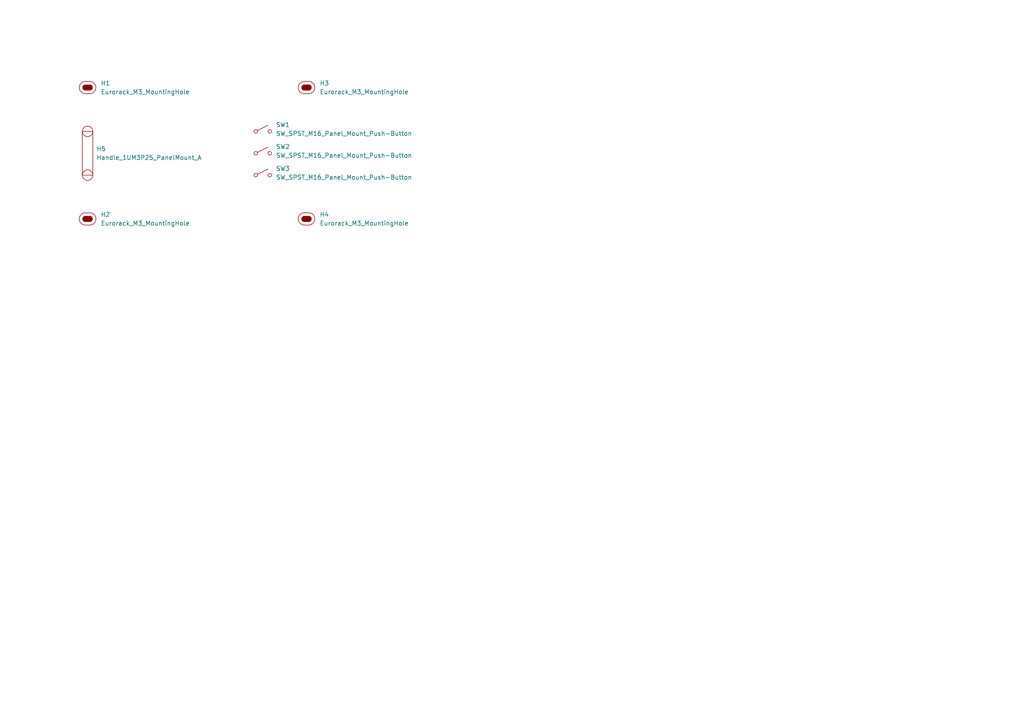
<source format=kicad_sch>
(kicad_sch (version 20250114) (generator "eeschema") (generator_version "9.0")
  (paper "A4")
  (lib_symbols
    (symbol "EXC:Eurorack_M3_MountingHole" (pin_names (offset 1.016))
      (property "Reference" "H" (at 0 5.08 0))
      (property "Value" "Eurorack_M3_MountingHole" (at 0 3.175 0))
      (symbol "Eurorack_M3_MountingHole_0_1"
        (polyline (pts (xy -0.635 0.762) (xy 0.635 0.762)))
        (circle (center -0.635 0) (radius 0.762) (fill (type outline)))
        (arc (start -0.635 -0.762) (mid -1.397 0) (end -0.635 0.762))
        (arc (start -0.635 -1.778) (mid -2.413 0) (end -0.635 1.778))
        (polyline (pts (xy -0.635 -0.762) (xy 0.635 -0.762)))
        (polyline (pts (xy -0.635 -1.778) (xy 0.635 -1.778)))
        (circle (center 0 0) (radius 0.762) (fill (type outline)))
        (polyline (pts (xy 0.635 1.778) (xy -0.635 1.778)))
        (arc (start 0.6141 1.778) (mid 2.4131 0) (end 0.6141 -1.778))
        (arc (start 0.6227 0.762) (mid 1.3971 0) (end 0.6227 -0.762))
        (circle (center 0.635 0) (radius 0.762) (fill (type outline)))
      )
    )
    (symbol "EXC:Handle_1UM3P25_A"
      (property "Reference" "H" (at 0 -6.35 0))
      (property "Value" "Handle_1UM3P25_PanelMount_A" (at 0.254 -17.018 0))
      (symbol "Handle_1UM3P25_A_0_1"
        (rectangle (start -1.524 0) (end 1.524 -12.7))
        (circle (center 0 0) (radius 1.524))
        (circle (center 0 -12.7) (radius 1.524))
      )
    )
    (symbol "EXC:SW_SPST-M16_Panel_Mount_Push-Button" (pin_names (offset 0) (hide yes))
      (property "Reference" "SW" (at 0 3.175 0))
      (property "Value" "SW_SPST_M16_Panel_Mount_Push-Button" (at 0 -2.032 0))
      (symbol "SW_SPST-M16_Panel_Mount_Push-Button_0_0"
        (circle (center -2.032 0) (radius 0.508))
        (polyline (pts (xy -1.524 0.254) (xy 1.524 1.778)))
        (circle (center 2.032 0) (radius 0.508))
      )
    )
  )
  (symbol (lib_id "EXC:SW_SPST-M16_Panel_Mount_Push-Button") (at 76.2 44.45 0) (unit 1)
    (property "Reference" "SW2" (at 80.01 42.5449 0) (effects (justify left)))
    (property "Value" "SW_SPST_M16_Panel_Mount_Push-Button" (at 80.01 45.0849 0) (effects (justify left)))
    (property "Footprint" "EXC:SW_SPST_M16_Panel_Mount_Push-Button" (effects (hide yes)))
    (property "Datasheet" "https://ae01.alicdn.com/kf/Hb7108e41e3624ebcb499960f1397143a2.jpg" (effects (hide yes)))
    (property "Description" "Single Pole Single-Throw (SPST) M16 panel-mount Push-Button switch" (effects (hide yes)))
    (property "Source" "https://www.aliexpress.com/item/4000830670631.html" (effects (hide yes)))
  )
  (symbol (lib_id "EXC:Eurorack_M3_MountingHole") (at 25.4 25.4 0) (unit 1)
    (property "Reference" "H1" (at 29.21 24.1299 0) (effects (justify left)))
    (property "Value" "Eurorack_M3_MountingHole" (at 29.21 26.6699 0) (effects (justify left)))
    (property "Footprint" "EXC:MountingHole_3.2mm_M3" (effects (hide yes)))
    (property "Description" "Mounting Hole without connection" (effects (hide yes)))
  )
  (symbol (lib_id "EXC:SW_SPST-M16_Panel_Mount_Push-Button") (at 76.2 38.1 0) (unit 1)
    (property "Reference" "SW1" (at 80.01 36.1949 0) (effects (justify left)))
    (property "Value" "SW_SPST_M16_Panel_Mount_Push-Button" (at 80.01 38.7349 0) (effects (justify left)))
    (property "Footprint" "EXC:SW_SPST_M16_Panel_Mount_Push-Button" (effects (hide yes)))
    (property "Datasheet" "https://ae01.alicdn.com/kf/Hb7108e41e3624ebcb499960f1397143a2.jpg" (effects (hide yes)))
    (property "Description" "Single Pole Single-Throw (SPST) M16 panel-mount Push-Button switch" (effects (hide yes)))
    (property "Source" "https://www.aliexpress.com/item/4000830670631.html" (effects (hide yes)))
  )
  (symbol (lib_id "EXC:SW_SPST-M16_Panel_Mount_Push-Button") (at 76.2 50.8 0) (unit 1)
    (property "Reference" "SW3" (at 80.01 48.8949 0) (effects (justify left)))
    (property "Value" "SW_SPST_M16_Panel_Mount_Push-Button" (at 80.01 51.4349 0) (effects (justify left)))
    (property "Footprint" "EXC:SW_SPST_M16_Panel_Mount_Push-Button" (effects (hide yes)))
    (property "Datasheet" "https://ae01.alicdn.com/kf/Hb7108e41e3624ebcb499960f1397143a2.jpg" (effects (hide yes)))
    (property "Description" "Single Pole Single-Throw (SPST) M16 panel-mount Push-Button switch" (effects (hide yes)))
    (property "Source" "https://www.aliexpress.com/item/4000830670631.html" (effects (hide yes)))
  )
  (symbol (lib_id "EXC:Handle_1UM3P25_A") (at 25.4 38.1 0) (unit 1)
    (property "Reference" "H5" (at 27.94 43.1799 0) (effects (justify left)))
    (property "Value" "Handle_1UM3P25_PanelMount_A" (at 27.94 45.7199 0) (effects (justify left)))
    (property "Footprint" "EXC:Handle_1UM3P25_A" (effects (hide yes)))
  )
  (symbol (lib_id "EXC:Eurorack_M3_MountingHole") (at 88.9 25.4 0) (unit 1)
    (property "Reference" "H3" (at 92.71 24.1299 0) (effects (justify left)))
    (property "Value" "Eurorack_M3_MountingHole" (at 92.71 26.6699 0) (effects (justify left)))
    (property "Footprint" "EXC:MountingHole_3.2mm_M3" (effects (hide yes)))
    (property "Description" "Mounting Hole without connection" (effects (hide yes)))
  )
  (symbol (lib_id "EXC:Eurorack_M3_MountingHole") (at 25.4 63.5 0) (unit 1)
    (property "Reference" "H2" (at 29.21 62.2299 0) (effects (justify left)))
    (property "Value" "Eurorack_M3_MountingHole" (at 29.21 64.7699 0) (effects (justify left)))
    (property "Footprint" "EXC:MountingHole_3.2mm_M3" (effects (hide yes)))
    (property "Description" "Mounting Hole without connection" (effects (hide yes)))
  )
  (symbol (lib_id "EXC:Eurorack_M3_MountingHole") (at 88.9 63.5 0) (unit 1)
    (property "Reference" "H4" (at 92.71 62.2299 0) (effects (justify left)))
    (property "Value" "Eurorack_M3_MountingHole" (at 92.71 64.7699 0) (effects (justify left)))
    (property "Footprint" "EXC:MountingHole_3.2mm_M3" (effects (hide yes)))
    (property "Description" "Mounting Hole without connection" (effects (hide yes)))
  )
)
</source>
